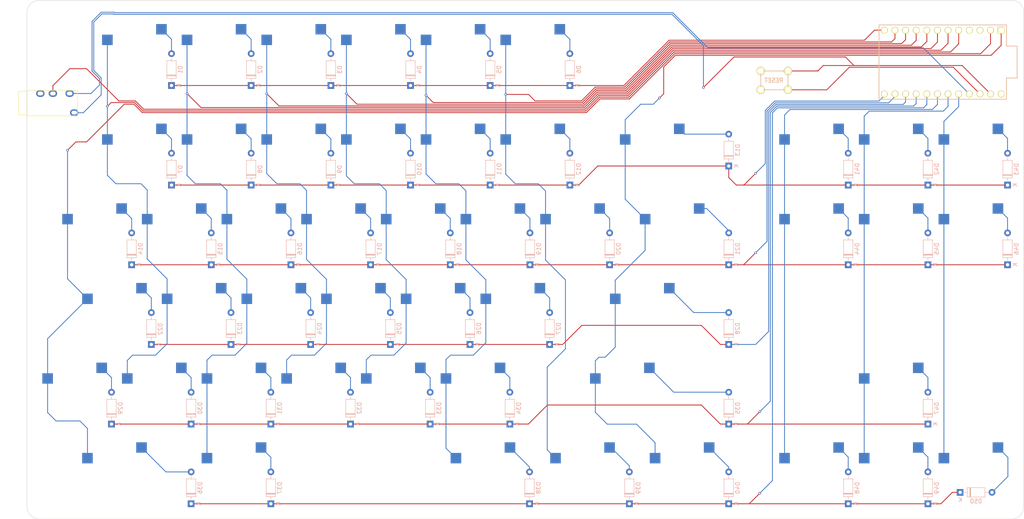
<source format=kicad_pcb>
(kicad_pcb (version 20221018) (generator pcbnew)
  (layers (0 "F.Cu" signal) (31 "B.Cu" signal) (34 "B.Paste" user) (35 "F.Paste" user) (36 "B.SilkS" user "B.Silkscreen") (37 "F.SilkS" user "F.Silkscreen") (38 "B.Mask" user) (39 "F.Mask" user) (44 "Edge.Cuts" user))
  (net 0 "")
  (net 5 "row6")
  (net 6 "row5")
  (net 7 "row4")
  (net 8 "row3")
  (net 9 "row2")
  (net 10 "row1")
  (net 11 "col9")
  (net 12 "col8")
  (net 13 "col7")
  (net 14 "col6")
  (net 15 "col5")
  (net 16 "col4")
  (net 17 "col3")
  (net 18 "col2")
  (net 19 "col11")
  (net 20 "col10")
  (net 21 "col1")
  (net 22 "VCC")
  (net 23 "SCL")
  (net 24 "RESET")
  (net 25 "Net-(D9-A)")
  (net 26 "Net-(D8-A)")
  (net 27 "Net-(D7-A)")
  (net 28 "Net-(D6-A)")
  (net 29 "Net-(D50-A)")
  (net 30 "Net-(D5-A)")
  (net 31 "Net-(D49-A)")
  (net 32 "Net-(D48-A)")
  (net 33 "Net-(D47-A)")
  (net 34 "Net-(D46-A)")
  (net 35 "Net-(D45-A)")
  (net 36 "Net-(D44-A)")
  (net 37 "Net-(D43-A)")
  (net 38 "Net-(D42-A)")
  (net 39 "Net-(D41-A)")
  (net 40 "Net-(D40-A)")
  (net 41 "Net-(D4-A)")
  (net 42 "Net-(D39-A)")
  (net 43 "Net-(D38-A)")
  (net 44 "Net-(D37-A)")
  (net 45 "Net-(D36-A)")
  (net 46 "Net-(D35-A)")
  (net 47 "Net-(D34-A)")
  (net 48 "Net-(D33-A)")
  (net 49 "Net-(D32-A)")
  (net 50 "Net-(D31-A)")
  (net 51 "Net-(D30-A)")
  (net 52 "Net-(D3-A)")
  (net 53 "Net-(D29-A)")
  (net 54 "Net-(D28-A)")
  (net 55 "Net-(D27-A)")
  (net 56 "Net-(D26-A)")
  (net 57 "Net-(D25-A)")
  (net 58 "Net-(D24-A)")
  (net 59 "Net-(D23-A)")
  (net 60 "Net-(D22-A)")
  (net 61 "Net-(D21-A)")
  (net 62 "Net-(D20-A)")
  (net 63 "Net-(D2-A)")
  (net 64 "Net-(D19-A)")
  (net 65 "Net-(D18-A)")
  (net 66 "Net-(D17-A)")
  (net 67 "Net-(D16-A)")
  (net 68 "Net-(D15-A)")
  (net 69 "Net-(D14-A)")
  (net 70 "Net-(D13-A)")
  (net 71 "Net-(D12-A)")
  (net 72 "Net-(D11-A)")
  (net 73 "Net-(D10-A)")
  (net 74 "Net-(D1-A)")
  (net 75 "GND")
  (footprint "MX_Only:MXOnly-1U-Hotswap" (layer "F.Cu") (at 103.1875 80.01)
    (fp_text reference "MX17")
    (fp_text value "MX-NoLED")
  )
  (footprint "MX_Only:MXOnly-1.5U-Hotswap" (layer "F.Cu") (at 184.15 80.01)
    (fp_text reference "MX21")
    (fp_text value "MX-NoLED")
  )
  (footprint "MX_Only:MXOnly-1U-Hotswap" (layer "F.Cu") (at 117.475 118.11)
    (fp_text reference "MX33")
    (fp_text value "MX-NoLED")
  )
  (footprint "MX_Only:MXOnly-1U-Hotswap" (layer "F.Cu") (at 74.6125 60.96)
    (fp_text reference "MX8")
    (fp_text value "MX-NoLED")
  )
  (footprint "MX_Only:MXOnly-2U-Hotswap" (layer "F.Cu") (at 50.8 137.16)
    (fp_text reference "MX36")
    (fp_text value "MX-NoLED")
  )
  (footprint "MX_Only:MXOnly-1U-Hotswap" (layer "F.Cu") (at 236.5375 60.96)
    (fp_text reference "MX42")
    (fp_text value "MX-NoLED")
  )
  (footprint "MX_Only:MXOnly-1U-Hotswap" (layer "F.Cu") (at 255.5875 80.01)
    (fp_text reference "MX46")
    (fp_text value "MX-NoLED")
  )
  (footprint "MX_Only:MXOnly-1U-Hotswap" (layer "F.Cu") (at 98.425 118.11)
    (fp_text reference "MX32")
    (fp_text value "MX-NoLED")
  )
  (footprint "MountingHole:MountingHole_2.2mm_M2" (layer "F.Cu") (at 32.25 146.185)
    (fp_text reference "REF**" hide)
    (fp_text value "MountingHole_2.2mm_M2" hide)
  )
  (footprint "MX_Only:MXOnly-1U-Hotswap" (layer "F.Cu") (at 69.85 99.06)
    (fp_text reference "MX23")
    (fp_text value "MX-NoLED")
  )
  (footprint "MX_Only:MXOnly-1U-Hotswap" (layer "F.Cu") (at 79.375 137.16)
    (fp_text reference "MX37")
    (fp_text value "MX-NoLED")
  )
  (footprint "MX_Only:MXOnly-1U-Hotswap" (layer "F.Cu") (at 236.5375 80.01)
    (fp_text reference "MX45")
    (fp_text value "MX-NoLED")
  )
  (footprint "MX_Only:MXOnly-1U-Hotswap" (layer "F.Cu") (at 146.05 99.06)
    (fp_text reference "MX27")
    (fp_text value "MX-NoLED")
  )
  (footprint "MX_Only:MXOnly-1U-Hotswap" (layer "F.Cu") (at 112.7125 37.1475)
    (fp_text reference "MX4")
    (fp_text value "MX-NoLED")
  )
  (footprint "MX_Only:MXOnly-2U-Hotswap" (layer "F.Cu") (at 179.3875 60.96)
    (fp_text reference "MX13")
    (fp_text value "MX-NoLED")
  )
  (footprint "MX_Only:MXOnly-1U-Hotswap" (layer "F.Cu") (at 41.275 118.11)
    (fp_text reference "MX29")
    (fp_text value "MX-NoLED")
  )
  (footprint "MX_Only:MXOnly-1U-Hotswap" (layer "F.Cu") (at 122.2375 80.01)
    (fp_text reference "MX18")
    (fp_text value "MX-NoLED")
  )
  (footprint "MX_Only:MXOnly-1U-Hotswap" (layer "F.Cu") (at 160.3375 80.01)
    (fp_text reference "MX20")
    (fp_text value "MX-NoLED")
  )
  (footprint "MX_Only:MXOnly-1U-Hotswap" (layer "F.Cu") (at 217.4875 137.16)
    (fp_text reference "MX48")
    (fp_text value "MX-NoLED")
  )
  (footprint "promicro:ProMicro" (layer "F.Cu") (at 248.23175 39.91175 180)
    (fp_text reference "U1" hide)
    (fp_text value "ProMicro" hide)
  )
  (footprint "MX_Only:MXOnly-1U-Hotswap" (layer "F.Cu") (at 93.6625 60.96)
    (fp_text reference "MX9")
    (fp_text value "MX-NoLED")
  )
  (footprint "MX_Only:MXOnly-1U-Hotswap" (layer "F.Cu") (at 141.2875 80.01)
    (fp_text reference "MX19")
    (fp_text value "MX-NoLED")
  )
  (footprint "MX_Only:MXOnly-1U-Hotswap" (layer "F.Cu") (at 107.95 99.06)
    (fp_text reference "MX25")
    (fp_text value "MX-NoLED")
  )
  (footprint "MX_Only:MXOnly-1U-Hotswap" (layer "F.Cu") (at 127 99.06)
    (fp_text reference "MX26")
    (fp_text value "MX-NoLED")
  )
  (footprint "MX_Only:MXOnly-1U-Hotswap" (layer "F.Cu") (at 93.6625 37.1475)
    (fp_text reference "MX3")
    (fp_text value "MX-NoLED")
  )
  (footprint "MX_Only:MXOnly-1U-Hotswap" (layer "F.Cu") (at 79.375 118.11)
    (fp_text reference "MX31")
    (fp_text value "MX-NoLED")
  )
  (footprint "MX_Only:MXOnly-1U-Hotswap" (layer "F.Cu") (at 112.7125 60.96)
    (fp_text reference "MX10")
    (fp_text value "MX-NoLED")
  )
  (footprint "MX_Only:MXOnly-1U-Hotswap" (layer "F.Cu") (at 236.5375 137.16)
    (fp_text reference "MX49")
    (fp_text value "MX-NoLED")
  )
  (footprint "MX_Only:MXOnly-1U-Hotswap" (layer "F.Cu") (at 131.7625 60.96)
    (fp_text reference "MX11")
    (fp_text value "MX-NoLED")
  )
  (footprint "MX_Only:MXOnly-2.25U-Hotswap" (layer "F.Cu") (at 177.00625 99.06)
    (fp_text reference "MX28")
    (fp_text value "MX-NoLED")
  )
  (footprint "MX_Only:MXOnly-1U-Hotswap" (layer "F.Cu") (at 150.8125 60.96)
    (fp_text reference "MX12")
    (fp_text value "MX-NoLED")
  )
  (footprint "MX_Only:MXOnly-1U-Hotswap" (layer "F.Cu") (at 217.4875 80.01)
    (fp_text reference "MX44")
    (fp_text value "MX-NoLED")
  )
  (footprint "MX_Only:MXOnly-1.25U-Hotswap" (layer "F.Cu") (at 186.53125 137.16)
    (fp_text reference "MX40")
    (fp_text value "MX-NoLED")
  )
  (footprint "MX_Only:MXOnly-1U-Hotswap" (layer "F.Cu") (at 50.8 99.06)
    (fp_text reference "MX22")
    (fp_text value "MX-NoLED")
  )
  (footprint "MountingHole:MountingHole_2.2mm_M2" (layer "F.Cu") (at 264.6125 146.185)
    (fp_text reference "REF**" hide)
    (fp_text value "MountingHole_2.2mm_M2" hide)
  )
  (footprint "MX_Only:MXOnly-1U-Hotswap" (layer "F.Cu") (at 46.0375 80.01)
    (fp_text reference "MX14")
    (fp_text value "MX-NoLED")
  )
  (footprint "MX_Only:MXOnly-2.75U-Hotswap" (layer "F.Cu") (at 172.24375 118.11)
    (fp_text reference "MX35")
    (fp_text value "MX-NoLED")
  )
  (footprint "MountingHole:MountingHole_2.2mm_M2" (layer "F.Cu") (at 203.2 115.57)
    (fp_text reference "REF**" hide)
    (fp_text value "MountingHole_2.2mm_M2" hide)
  )
  (footprint "MX_Only:MXOnly-1U-Hotswap" (layer "F.Cu") (at 88.9 99.06)
    (fp_text reference "MX24")
    (fp_text value "MX-NoLED")
  )
  (footprint "MX_Only:MXOnly-1U-Hotswap" (layer "F.Cu") (at 255.5875 60.96)
    (fp_text reference "MX43")
    (fp_text value "MX-NoLED")
  )
  (footprint "MX_Only:MXOnly-1.25U-Hotswap" (layer "F.Cu") (at 138.90625 137.16)
    (fp_text reference "MX38")
    (fp_text value "MX-NoLED")
  )
  (footprint "MX_Only:MXOnly-1U-Hotswap" (layer "F.Cu") (at 55.5625 60.96)
    (fp_text reference "MX7")
    (fp_text value "MX-NoLED")
  )
  (footprint "reset:ResetSW_4P" (layer "F.Cu") (at 207.9625 44.29125 180)
    (fp_text reference "RESET1" hide)
    (fp_text value "SW_Push")
  )
  (footprint "MX_Only:MXOnly-1U-Hotswap" (layer "F.Cu") (at 60.325 118.11)
    (fp_text reference "MX30")
    (fp_text value "MX-NoLED")
  )
  (footprint "pj320:TRRS-PJ-320A" (layer "F.Cu") (at 29.25 49.7225 90)
    (fp_text reference "U2")
    (fp_text value "PJ-320A")
  )
  (footprint "MX_Only:MXOnly-1U-Hotswap" (layer "F.Cu") (at 217.4875 60.96)
    (fp_text reference "MX41")
    (fp_text value "MX-NoLED")
  )
  (footprint "MountingHole:MountingHole_2.2mm_M2" (layer "F.Cu") (at 203.2 77.47)
    (fp_text reference "REF**" hide)
    (fp_text value "MountingHole_2.2mm_M2" hide)
  )
  (footprint "MX_Only:MXOnly-1U-Hotswap" (layer "F.Cu") (at 136.525 118.11)
    (fp_text reference "MX34")
    (fp_text value "MX-NoLED")
  )
  (footprint "MX_Only:MXOnly-1U-Hotswap" (layer "F.Cu") (at 236.5375 118.11)
    (fp_text reference "MX47")
    (fp_text value "MX-NoLED")
  )
  (footprint "MX_Only:MXOnly-1U-Hotswap" (layer "F.Cu") (at 74.6125 37.1475)
    (fp_text reference "MX2")
    (fp_text value "MX-NoLED")
  )
  (footprint "MX_Only:MXOnly-1U-Hotswap" (layer "F.Cu") (at 150.8125 37.1475)
    (fp_text reference "MX6")
    (fp_text value "MX-NoLED")
  )
  (footprint "MX_Only:MXOnly-1.25U-Hotswap" (layer "F.Cu") (at 162.71875 137.16)
    (fp_text reference "MX39")
    (fp_text value "MX-NoLED")
  )
  (footprint "MX_Only:MXOnly-1U-Hotswap" (layer "F.Cu") (at 131.7625 37.1475)
    (fp_text reference "MX5")
    (fp_text value "MX-NoLED")
  )
  (footprint "MX_Only:MXOnly-1U-Hotswap" (layer "F.Cu") (at 65.0875 80.01)
    (fp_text reference "MX15")
    (fp_text value "MX-NoLED")
  )
  (footprint "MX_Only:MXOnly-1U-Hotswap" (layer "F.Cu") (at 55.5625 37.1475)
    (fp_text reference "MX1")
    (fp_text value "MX-NoLED")
  )
  (footprint "MX_Only:MXOnly-1U-Hotswap" (layer "F.Cu") (at 84.1375 80.01)
    (fp_text reference "MX16")
    (fp_text value "MX-NoLED")
  )
  (footprint "MountingHole:MountingHole_2.2mm_M2" (layer "F.Cu") (at 32.25 28.1225)
    (fp_text reference "REF**" hide)
    (fp_text value "MountingHole_2.2mm_M2" hide)
  )
  (footprint "MX_Only:MXOnly-1U-Hotswap" (layer "F.Cu") (at 255.5875 137.16)
    (fp_text reference "MX50")
    (fp_text value "MX-NoLED")
  )
  (footprint "MountingHole:MountingHole_2.2mm_M2" (layer "F.Cu") (at 264.6125 28.1225)
    (fp_text reference "REF**" hide)
    (fp_text value "MountingHole_2.2mm_M2" hide)
  )
  (footprint "Diode_THT:D_DO-35_SOD27_P7.62mm_Horizontal" (layer "B.Cu") (at 87.5625 145.53 90)
    (fp_text reference "D37")
    (fp_text value "1N4148")
  )
  (footprint "Diode_THT:D_DO-35_SOD27_P7.62mm_Horizontal" (layer "B.Cu") (at 244.6775 145.53 90)
    (fp_text reference "D49")
    (fp_text value "1N4148")
  )
  (footprint "Diode_THT:D_DO-35_SOD27_P7.62mm_Horizontal" (layer "B.Cu") (at 135.1875 107.43 90)
    (fp_text reference "D26")
    (fp_text value "1N4148")
  )
  (footprint "Diode_THT:D_DO-35_SOD27_P7.62mm_Horizontal" (layer "B.Cu") (at 263.7275 69.33 90)
    (fp_text reference "D43")
    (fp_text value "1N4148")
  )
  (footprint "Diode_THT:D_DO-35_SOD27_P7.62mm_Horizontal" (layer "B.Cu") (at 82.8625 69.33 90)
    (fp_text reference "D8")
    (fp_text value "1N4148")
  )
  (footprint "Diode_THT:D_DO-35_SOD27_P7.62mm_Horizontal" (layer "B.Cu") (at 82.8625 45.5175 90)
    (fp_text reference "D2")
    (fp_text value "1N4148")
  )
  (footprint "Diode_THT:D_DO-35_SOD27_P7.62mm_Horizontal" (layer "B.Cu") (at 54.2875 88.38 90)
    (fp_text reference "D14")
    (fp_text value "1N4148")
  )
  (footprint "Diode_THT:D_DO-35_SOD27_P7.62mm_Horizontal" (layer "B.Cu") (at 130.4725 88.38 90)
    (fp_text reference "D18")
    (fp_text value "1N4148")
  )
  (footprint "Diode_THT:D_DO-35_SOD27_P7.62mm_Horizontal" (layer "B.Cu") (at 63.8125 45.5175 90)
    (fp_text reference "D1")
    (fp_text value "1N4148")
  )
  (footprint "Diode_THT:D_DO-35_SOD27_P7.62mm_Horizontal" (layer "B.Cu") (at 101.9125 45.5175 90)
    (fp_text reference "D3")
    (fp_text value "1N4148")
  )
  (footprint "Diode_THT:D_DO-35_SOD27_P7.62mm_Horizontal" (layer "B.Cu") (at 116.1375 107.43 90)
    (fp_text reference "D25")
    (fp_text value "1N4148")
  )
  (footprint "Diode_THT:D_DO-35_SOD27_P7.62mm_Horizontal" (layer "B.Cu") (at 106.6125 126.48 90)
    (fp_text reference "D32")
    (fp_text value "1N4148")
  )
  (footprint "Diode_THT:D_DO-35_SOD27_P7.62mm_Horizontal" (layer "B.Cu") (at 225.6275 69.33 90)
    (fp_text reference "D41")
    (fp_text value "1N4148")
  )
  (footprint "Diode_THT:D_DO-35_SOD27_P7.62mm_Horizontal" (layer "B.Cu") (at 97.0875 107.43 90)
    (fp_text reference "D24")
    (fp_text value "1N4148")
  )
  (footprint "Diode_THT:D_DO-35_SOD27_P7.62mm_Horizontal" (layer "B.Cu") (at 149.5225 88.38 90)
    (fp_text reference "D19")
    (fp_text value "1N4148")
  )
  (footprint "Diode_THT:D_DO-35_SOD27_P7.62mm_Horizontal" (layer "B.Cu") (at 120.9625 69.33 90)
    (fp_text reference "D10")
    (fp_text value "1N4148")
  )
  (footprint "Diode_THT:D_DO-35_SOD27_P7.62mm_Horizontal" (layer "B.Cu") (at 173.2875 145.53 90)
    (fp_text reference "D39")
    (fp_text value "1N4148")
  )
  (footprint "Diode_THT:D_DO-35_SOD27_P7.62mm_Horizontal" (layer "B.Cu") (at 263.7275 88.38 90)
    (fp_text reference "D46")
    (fp_text value "1N4148")
  )
  (footprint "Diode_THT:D_DO-35_SOD27_P7.62mm_Horizontal" (layer "B.Cu") (at 120.9625 45.5175 90)
    (fp_text reference "D4")
    (fp_text value "1N4148")
  )
  (footprint "Diode_THT:D_DO-35_SOD27_P7.62mm_Horizontal" (layer "B.Cu") (at 197.0525 88.38 90)
    (fp_text reference "D21")
    (fp_text value "1N4148")
  )
  (footprint "Diode_THT:D_DO-35_SOD27_P7.62mm_Horizontal" (layer "B.Cu") (at 197.0525 145.53 90)
    (fp_text reference "D40")
    (fp_text value "1N4148")
  )
  (footprint "Diode_THT:D_DO-35_SOD27_P7.62mm_Horizontal" (layer "B.Cu") (at 252.39 142.8)
    (fp_text reference "D50")
    (fp_text value "1N4148")
  )
  (footprint "Diode_THT:D_DO-35_SOD27_P7.62mm_Horizontal" (layer "B.Cu") (at 149.4275 145.53 90)
    (fp_text reference "D38")
    (fp_text value "1N4148")
  )
  (footprint "Diode_THT:D_DO-35_SOD27_P7.62mm_Horizontal" (layer "B.Cu") (at 125.6625 126.48 90)
    (fp_text reference "D33")
    (fp_text value "1N4148")
  )
  (footprint "Diode_THT:D_DO-35_SOD27_P7.62mm_Horizontal" (layer "B.Cu") (at 168.5775 88.38 90)
    (fp_text reference "D20")
    (fp_text value "1N4148")
  )
  (footprint "Diode_THT:D_DO-35_SOD27_P7.62mm_Horizontal" (layer "B.Cu") (at 244.6775 126.48 90)
    (fp_text reference "D47")
    (fp_text value "1N4148")
  )
  (footprint "Diode_THT:D_DO-35_SOD27_P7.62mm_Horizontal" (layer "B.Cu") (at 197.0525 64.77 90)
    (fp_text reference "D13")
    (fp_text value "1N4148")
  )
  (footprint "Diode_THT:D_DO-35_SOD27_P7.62mm_Horizontal" (layer "B.Cu") (at 92.3725 88.38 90)
    (fp_text reference "D16")
    (fp_text value "1N4148")
  )
  (footprint "Diode_THT:D_DO-35_SOD27_P7.62mm_Horizontal" (layer "B.Cu") (at 68.5125 126.48 90)
    (fp_text reference "D30")
    (fp_text value "1N4148")
  )
  (footprint "Diode_THT:D_DO-35_SOD27_P7.62mm_Horizontal" (layer "B.Cu") (at 87.5625 126.48 90)
    (fp_text reference "D31")
    (fp_text value "1N4148")
  )
  (footprint "Diode_THT:D_DO-35_SOD27_P7.62mm_Horizontal" (layer "B.Cu") (at 111.4225 88.38 90)
    (fp_text reference "D17")
    (fp_text value "1N4148")
  )
  (footprint "Diode_THT:D_DO-35_SOD27_P7.62mm_Horizontal" (layer "B.Cu") (at 197.0525 126.48 90)
    (fp_text reference "D35")
    (fp_text value "1N4148")
  )
  (footprint "Diode_THT:D_DO-35_SOD27_P7.62mm_Horizontal" (layer "B.Cu") (at 73.3225 88.38 90)
    (fp_text reference "D15")
    (fp_text value "1N4148")
  )
  (footprint "Diode_THT:D_DO-35_SOD27_P7.62mm_Horizontal" (layer "B.Cu") (at 78.0375 107.43 90)
    (fp_text reference "D23")
    (fp_text value "1N4148")
  )
  (footprint "Diode_THT:D_DO-35_SOD27_P7.62mm_Horizontal" (layer "B.Cu") (at 225.6275 88.38 90)
    (fp_text reference "D44")
    (fp_text value "1N4148")
  )
  (footprint "Diode_THT:D_DO-35_SOD27_P7.62mm_Horizontal" (layer "B.Cu") (at 140.0125 69.33 90)
    (fp_text reference "D11")
    (fp_text value "1N4148")
  )
  (footprint "Diode_THT:D_DO-35_SOD27_P7.62mm_Horizontal" (layer "B.Cu") (at 68.5125 145.53 90)
    (fp_text reference "D36")
    (fp_text value "1N4148")
  )
  (footprint "Diode_THT:D_DO-35_SOD27_P7.62mm_Horizontal" (layer "B.Cu") (at 159.0625 45.5175 90)
    (fp_text reference "D6")
    (fp_text value "1N4148")
  )
  (footprint "Diode_THT:D_DO-35_SOD27_P7.62mm_Horizontal" (layer "B.Cu") (at 154.2375 107.43 90)
    (fp_text reference "D27")
    (fp_text value "1N4148")
  )
  (footprint "Diode_THT:D_DO-35_SOD27_P7.62mm_Horizontal" (layer "B.Cu") (at 244.6775 88.38 90)
    (fp_text reference "D45")
    (fp_text value "1N4148")
  )
  (footprint "Diode_THT:D_DO-35_SOD27_P7.62mm_Horizontal" (layer "B.Cu") (at 159.0625 69.33 90)
    (fp_text reference "D12")
    (fp_text value "1N4148")
  )
  (footprint "Diode_THT:D_DO-35_SOD27_P7.62mm_Horizontal" (layer "B.Cu") (at 225.6275 145.53 90)
    (fp_text reference "D48")
    (fp_text value "1N4148")
  )
  (footprint "Diode_THT:D_DO-35_SOD27_P7.62mm_Horizontal" (layer "B.Cu") (at 144.7125 126.48 90)
    (fp_text reference "D34")
    (fp_text value "1N4148")
  )
  (footprint "Diode_THT:D_DO-35_SOD27_P7.62mm_Horizontal" (layer "B.Cu") (at 140.0125 45.5175 90)
    (fp_text reference "D5")
    (fp_text value "1N4148")
  )
  (footprint "Diode_THT:D_DO-35_SOD27_P7.62mm_Horizontal" (layer "B.Cu") (at 49.4625 126.48 90)
    (fp_text reference "D29")
    (fp_text value "1N4148")
  )
  (footprint "Diode_THT:D_DO-35_SOD27_P7.62mm_Horizontal" (layer "B.Cu") (at 244.6775 69.33 90)
    (fp_text reference "D42")
    (fp_text value "1N4148")
  )
  (footprint "Diode_THT:D_DO-35_SOD27_P7.62mm_Horizontal" (layer "B.Cu") (at 197.0525 107.43 90)
    (fp_text reference "D28")
    (fp_text value "1N4148")
  )
  (footprint "Diode_THT:D_DO-35_SOD27_P7.62mm_Horizontal" (layer "B.Cu") (at 63.8125 69.33 90)
    (fp_text reference "D7")
    (fp_text value "1N4148")
  )
  (footprint "Diode_THT:D_DO-35_SOD27_P7.62mm_Horizontal" (layer "B.Cu") (at 101.9125 69.33 90)
    (fp_text reference "D9")
    (fp_text value "1N4148")
  )
  (footprint "Diode_THT:D_DO-35_SOD27_P7.62mm_Horizontal" (layer "B.Cu") (at 58.9875 107.43 90)
    (fp_text reference "D22")
    (fp_text value "1N4148")
  )
  (gr_arc (start 267.6125 146.185) (mid 266.73382 148.30632) (end 264.6125 149.185) (stroke (width 0.1)) (layer "Edge.Cuts"))
  (gr_line (start 267.6125 146.185) (end 267.6125 28.1225) (stroke (width 0.1)) (layer "Edge.Cuts"))
  (gr_line (start 264.6125 149.185) (end 32.25 149.185) (stroke (width 0.1)) (layer "Edge.Cuts"))
  (gr_arc (start 32.25 149.185) (mid 30.12868 148.30632) (end 29.25 146.185) (stroke (width 0.1)) (layer "Edge.Cuts"))
  (gr_arc (start 29.25 28.1225) (mid 30.12868 26.00118) (end 32.25 25.1225) (stroke (width 0.1)) (layer "Edge.Cuts"))
  (gr_line (start 29.25 146.185) (end 29.25 28.1225) (stroke (width 0.1)) (layer "Edge.Cuts"))
  (gr_arc (start 264.6125 25.1225) (mid 266.73382 26.00118) (end 267.6125 28.1225) (stroke (width 0.1)) (layer "Edge.Cuts"))
  (gr_line (start 264.6125 25.1225) (end 32.25 25.1225) (stroke (width 0.1)) (layer "Edge.Cuts"))
  (segment (start 200.5 145.53) (end 68.5125 145.53) (width 0.2) (layer "F.Cu") (net 5))
  (segment (start 252.39 142.8) (end 250.53 142.8) (width 0.2) (layer "F.Cu") (net 5))
  (segment (start 247.8 145.53) (end 200.5 145.53) (width 0.2) (layer "F.Cu") (net 5))
  (segment (start 250.53 142.8) (end 247.8 145.53) (width 0.2) (layer "F.Cu") (net 5))
  (segment (start 204.5 143) (end 201.97 145.53) (width 0.2) (layer "F.Cu") (net 5))
  (via (at 204.5 143) (size 0.6) (drill 0.3) (layers "F.Cu" "B.Cu") (net 5))
  (segment (start 208.692744 50.85) (end 207.5 52.042744) (width 0.2) (layer "B.Cu") (net 5))
  (segment (start 244.42175 50.07825) (end 243.65 50.85) (width 0.2) (layer "B.Cu") (net 5))
  (segment (start 243.65 50.85) (end 208.692744 50.85) (width 0.2) (layer "B.Cu") (net 5))
  (segment (start 207.5 140) (end 204.5 143) (width 0.2) (layer "B.Cu") (net 5))
  (segment (start 207.5 52.042744) (end 207.5 140) (width 0.2) (layer "B.Cu") (net 5))
  (segment (start 244.42175 47.53175) (end 244.42175 50.07825) (width 0.2) (layer "B.Cu") (net 5))
  (segment (start 153.69375 121.92) (end 149.13375 126.48) (width 0.2) (layer "F.Cu") (net 6))
  (segment (start 244.6775 126.48) (end 197.0525 126.48) (width 0.2) (layer "F.Cu") (net 6))
  (segment (start 190.5 121.92) (end 153.69375 121.92) (width 0.2) (layer "F.Cu") (net 6))
  (segment (start 204.5 123.5) (end 201.52 126.48) (width 0.2) (layer "F.Cu") (net 6))
  (segment (start 197.0525 126.48) (end 195.06 126.48) (width 0.2) (layer "F.Cu") (net 6))
  (segment (start 49.4625 126.48) (end 144.7125 126.48) (width 0.2) (layer "F.Cu") (net 6))
  (segment (start 149.13375 126.48) (end 144.7125 126.48) (width 0.2) (layer "F.Cu") (net 6))
  (segment (start 195.06 126.48) (end 190.5 121.92) (width 0.2) (layer "F.Cu") (net 6))
  (via (at 204.5 123.5) (size 0.6) (drill 0.3) (layers "F.Cu" "B.Cu") (net 6))
  (segment (start 207 121) (end 204.5 123.5) (width 0.2) (layer "B.Cu") (net 6))
  (segment (start 208.527058 50.45) (end 207 51.977058) (width 0.2) (layer "B.Cu") (net 6))
  (segment (start 241.25 50.45) (end 208.527058 50.45) (width 0.2) (layer "B.Cu") (net 6))
  (segment (start 207 51.977058) (end 207 121) (width 0.2) (layer "B.Cu") (net 6))
  (segment (start 241.88175 49.81825) (end 241.25 50.45) (width 0.2) (layer "B.Cu") (net 6))
  (segment (start 241.88175 47.53175) (end 241.88175 49.81825) (width 0.2) (layer "B.Cu") (net 6))
  (segment (start 157.365 107.43) (end 161.925 102.87) (width 0.2) (layer "F.Cu") (net 7))
  (segment (start 161.925 102.87) (end 190.5 102.87) (width 0.2) (layer "F.Cu") (net 7))
  (segment (start 195.06 107.43) (end 197.0525 107.43) (width 0.2) (layer "F.Cu") (net 7))
  (segment (start 58.9875 107.43) (end 154.2375 107.43) (width 0.2) (layer "F.Cu") (net 7))
  (segment (start 190.5 102.87) (end 195.06 107.43) (width 0.2) (layer "F.Cu") (net 7))
  (segment (start 154.2375 107.43) (end 157.365 107.43) (width 0.2) (layer "F.Cu") (net 7))
  (segment (start 208.361372 50.05) (end 206.6 51.811372) (width 0.2) (layer "B.Cu") (net 7))
  (segment (start 206.6 104.33) (end 203.5 107.43) (width 0.2) (layer "B.Cu") (net 7))
  (segment (start 238.75 50.05) (end 208.361372 50.05) (width 0.2) (layer "B.Cu") (net 7))
  (segment (start 239.34175 47.53175) (end 239.34175 49.45825) (width 0.2) (layer "B.Cu") (net 7))
  (segment (start 203.5 107.43) (end 197.0525 107.43) (width 0.2) (layer "B.Cu") (net 7))
  (segment (start 206.6 51.811372) (end 206.6 104.33) (width 0.2) (layer "B.Cu") (net 7))
  (segment (start 239.34175 49.45825) (end 238.75 50.05) (width 0.2) (layer "B.Cu") (net 7))
  (segment (start 200.62 88.38) (end 203.5 85.5) (width 0.2) (layer "F.Cu") (net 8))
  (segment (start 263.7275 88.38) (end 54.2875 88.38) (width 0.2) (layer "F.Cu") (net 8))
  (via (at 203.5 85.5) (size 0.6) (drill 0.3) (layers "F.Cu" "B.Cu") (net 8))
  (segment (start 236.80175 48.14825) (end 235.3 49.65) (width 0.2) (layer "B.Cu") (net 8))
  (segment (start 235.3 49.65) (end 208.195686 49.65) (width 0.2) (layer "B.Cu") (net 8))
  (segment (start 206.2 51.645686) (end 206.2 82.8) (width 0.2) (layer "B.Cu") (net 8))
  (segment (start 206.2 82.8) (end 203.5 85.5) (width 0.2) (layer "B.Cu") (net 8))
  (segment (start 208.195686 49.65) (end 206.2 51.645686) (width 0.2) (layer "B.Cu") (net 8))
  (segment (start 236.80175 47.53175) (end 236.80175 48.14825) (width 0.2) (layer "B.Cu") (net 8))
  (segment (start 165.735 64.77) (end 197.0525 64.77) (width 0.2) (layer "F.Cu") (net 9))
  (segment (start 200.5 69.33) (end 200.67 69.33) (width 0.2) (layer "F.Cu") (net 9))
  (segment (start 263.7275 69.33) (end 225.6275 69.33) (width 0.2) (layer "F.Cu") (net 9))
  (segment (start 197.0525 67.5125) (end 197.0525 64.77) (width 0.2) (layer "F.Cu") (net 9))
  (segment (start 159.0625 69.33) (end 161.175 69.33) (width 0.2) (layer "F.Cu") (net 9))
  (segment (start 63.8125 69.33) (end 159.0625 69.33) (width 0.2) (layer "F.Cu") (net 9))
  (segment (start 200.67 69.33) (end 203.5 66.5) (width 0.2) (layer "F.Cu") (net 9))
  (segment (start 198.87 69.33) (end 197.0525 67.5125) (width 0.2) (layer "F.Cu") (net 9))
  (segment (start 200.5 69.33) (end 198.87 69.33) (width 0.2) (layer "F.Cu") (net 9))
  (segment (start 225.6275 69.33) (end 200.5 69.33) (width 0.2) (layer "F.Cu") (net 9))
  (segment (start 161.175 69.33) (end 165.735 64.77) (width 0.2) (layer "F.Cu") (net 9))
  (via (at 203.5 66.5) (size 0.6) (drill 0.3) (layers "F.Cu" "B.Cu") (net 9))
  (segment (start 208.03 49.25) (end 205.8 51.48) (width 0.2) (layer "B.Cu") (net 9))
  (segment (start 232.95 49.25) (end 208.03 49.25) (width 0.2) (layer "B.Cu") (net 9))
  (segment (start 234.26175 47.93825) (end 232.95 49.25) (width 0.2) (layer "B.Cu") (net 9))
  (segment (start 205.8 64.2) (end 203.5 66.5) (width 0.2) (layer "B.Cu") (net 9))
  (segment (start 234.26175 47.53175) (end 234.26175 47.93825) (width 0.2) (layer "B.Cu") (net 9))
  (segment (start 205.8 51.48) (end 205.8 64.2) (width 0.2) (layer "B.Cu") (net 9))
  (segment (start 231.90825 32.29175) (end 234.26175 32.29175) (width 0.2) (layer "F.Cu") (net 10))
  (segment (start 159.0625 45.5175) (end 171.976672 45.5175) (width 0.2) (layer "F.Cu") (net 10))
  (segment (start 182.794177 34.7) (end 229.5 34.7) (width 0.2) (layer "F.Cu") (net 10))
  (segment (start 63.8125 45.5175) (end 159.0625 45.5175) (width 0.2) (layer "F.Cu") (net 10))
  (segment (start 180.094175 37.4) (end 182.794177 34.7) (width 0.2) (layer "F.Cu") (net 10))
  (segment (start 180.094172 37.4) (end 180.094175 37.4) (width 0.2) (layer "F.Cu") (net 10))
  (segment (start 171.976672 45.5175) (end 180.094172 37.4) (width 0.2) (layer "F.Cu") (net 10))
  (segment (start 229.5 34.7) (end 231.90825 32.29175) (width 0.2) (layer "F.Cu") (net 10))
  (segment (start 245.75 51.25) (end 211.72 51.25) (width 0.2) (layer "B.Cu") (net 11))
  (segment (start 210.4025 52.5675) (end 210.4025 58.42) (width 0.2) (layer "B.Cu") (net 11))
  (segment (start 211.72 51.25) (end 210.4025 52.5675) (width 0.2) (layer "B.Cu") (net 11))
  (segment (start 246.96175 47.53175) (end 246.96175 50.03825) (width 0.2) (layer "B.Cu") (net 11))
  (segment (start 210.4025 134.62) (end 210.4025 58.42) (width 0.2) (layer "B.Cu") (net 11))
  (segment (start 246.96175 50.03825) (end 245.75 51.25) (width 0.2) (layer "B.Cu") (net 11))
  (segment (start 181.5 47.5) (end 181.5 41.085346) (width 0.2) (layer "F.Cu") (net 12))
  (segment (start 262.20175 35.89825) (end 262.20175 32.29175) (width 0.2) (layer "F.Cu") (net 12))
  (segment (start 184.285346 38.3) (end 259.8 38.3) (width 0.2) (layer "F.Cu") (net 12))
  (segment (start 259.8 38.3) (end 262.20175 35.89825) (width 0.2) (layer "F.Cu") (net 12))
  (segment (start 181.5 41.085346) (end 184.285346 38.3) (width 0.2) (layer "F.Cu") (net 12))
  (segment (start 180.5 48.5) (end 181.5 47.5) (width 0.2) (layer "F.Cu") (net 12))
  (via (at 180.5 48.5) (size 0.6) (drill 0.3) (layers "F.Cu" "B.Cu") (net 12))
  (segment (start 169.92125 96.52) (end 169.92125 92.07875) (width 0.2) (layer "B.Cu") (net 12))
  (segment (start 165.15875 123.65875) (end 168 126.5) (width 0.2) (layer "B.Cu") (net 12))
  (segment (start 175 126.5) (end 179.44625 130.94625) (width 0.2) (layer "B.Cu") (net 12))
  (segment (start 172.3025 72.7075) (end 177.065 77.47) (width 0.2) (layer "B.Cu") (net 12))
  (segment (start 165.15875 111.34125) (end 166 110.5) (width 0.2) (layer "B.Cu") (net 12))
  (segment (start 169.92125 108.07875) (end 169.92125 96.52) (width 0.2) (layer "B.Cu") (net 12))
  (segment (start 172.3025 58.42) (end 172.3025 72.7075) (width 0.2) (layer "B.Cu") (net 12))
  (segment (start 165.15875 115.57) (end 165.15875 111.34125) (width 0.2) (layer "B.Cu") (net 12))
  (segment (start 177.065 84.935) (end 177.065 77.47) (width 0.2) (layer "B.Cu") (net 12))
  (segment (start 165.15875 115.57) (end 165.15875 123.65875) (width 0.2) (layer "B.Cu") (net 12))
  (segment (start 176 50) (end 172.3025 53.6975) (width 0.2) (layer "B.Cu") (net 12))
  (segment (start 180.5 48.5) (end 179 50) (width 0.2) (layer "B.Cu") (net 12))
  (segment (start 179 50) (end 176 50) (width 0.2) (layer "B.Cu") (net 12))
  (segment (start 166 110.5) (end 167.5 110.5) (width 0.2) (layer "B.Cu") (net 12))
  (segment (start 169.92125 92.07875) (end 177.065 84.935) (width 0.2) (layer "B.Cu") (net 12))
  (segment (start 168 126.5) (end 175 126.5) (width 0.2) (layer "B.Cu") (net 12))
  (segment (start 172.3025 53.6975) (end 172.3025 58.42) (width 0.2) (layer "B.Cu") (net 12))
  (segment (start 179.44625 130.94625) (end 179.44625 134.62) (width 0.2) (layer "B.Cu") (net 12))
  (segment (start 167.5 110.5) (end 169.92125 108.07875) (width 0.2) (layer "B.Cu") (net 12))
  (segment (start 150.73875 49.2) (end 161.840203 49.2) (width 0.2) (layer "F.Cu") (net 13))
  (segment (start 143.7275 47.65) (end 149.18875 47.65) (width 0.2) (layer "F.Cu") (net 13))
  (segment (start 161.840203 49.2) (end 165.122703 45.9175) (width 0.2) (layer "F.Cu") (net 13))
  (segment (start 182.959862 35.1) (end 236 35.1) (width 0.2) (layer "F.Cu") (net 13))
  (segment (start 172.142358 45.9175) (end 182.959862 35.1) (width 0.2) (layer "F.Cu") (net 13))
  (segment (start 236.80175 34.29825) (end 236.80175 32.29175) (width 0.2) (layer "F.Cu") (net 13))
  (segment (start 149.18875 47.65) (end 150.73875 49.2) (width 0.2) (layer "F.Cu") (net 13))
  (segment (start 165.122703 45.9175) (end 172.142358 45.9175) (width 0.2) (layer "F.Cu") (net 13))
  (segment (start 236 35.1) (end 236.80175 34.29825) (width 0.2) (layer "F.Cu") (net 13))
  (via (at 143.7275 47.65) (size 0.6) (drill 0.3) (layers "F.Cu" "B.Cu") (net 13))
  (segment (start 143.7275 47.6525) (end 143.7275 58.42) (width 0.2) (layer "B.Cu") (net 13))
  (segment (start 143.7275 66.7275) (end 146 69) (width 0.2) (layer "B.Cu") (net 13))
  (segment (start 143.725 47.65) (end 143.7275 47.6525) (width 0.2) (layer "B.Cu") (net 13))
  (segment (start 153.66 112.84) (end 158 108.5) (width 0.2) (layer "B.Cu") (net 13))
  (segment (start 155.63375 134.62) (end 153.66 132.64625) (width 0.2) (layer "B.Cu") (net 13))
  (segment (start 153.2525 70.7525) (end 153.2525 77.47) (width 0.2) (layer "B.Cu") (net 13))
  (segment (start 153.2525 87.2525) (end 153.2525 77.47) (width 0.2) (layer "B.Cu") (net 13))
  (segment (start 143.7275 47.6475) (end 143.725 47.65) (width 0.2) (layer "B.Cu") (net 13))
  (segment (start 153.66 132.64625) (end 153.66 112.84) (width 0.2) (layer "B.Cu") (net 13))
  (segment (start 158 108.5) (end 158 92) (width 0.2) (layer "B.Cu") (net 13))
  (segment (start 146 69) (end 151.5 69) (width 0.2) (layer "B.Cu") (net 13))
  (segment (start 143.7275 34.6075) (end 143.7275 47.6475) (width 0.2) (layer "B.Cu") (net 13))
  (segment (start 151.5 69) (end 153.2525 70.7525) (width 0.2) (layer "B.Cu") (net 13))
  (segment (start 158 92) (end 153.2525 87.2525) (width 0.2) (layer "B.Cu") (net 13))
  (segment (start 143.7275 58.42) (end 143.7275 66.7275) (width 0.2) (layer "B.Cu") (net 13))
  (segment (start 172.308044 46.3175) (end 183.125547 35.5) (width 0.2) (layer "F.Cu") (net 14))
  (segment (start 238.4 35.5) (end 239.34175 34.55825) (width 0.2) (layer "F.Cu") (net 14))
  (segment (start 124.6775 47.875) (end 126.4025 49.6) (width 0.2) (layer "F.Cu") (net 14))
  (segment (start 165.288388 46.3175) (end 172.308044 46.3175) (width 0.2) (layer "F.Cu") (net 14))
  (segment (start 183.125547 35.5) (end 238.4 35.5) (width 0.2) (layer "F.Cu") (net 14))
  (segment (start 162.005888 49.6) (end 165.288388 46.3175) (width 0.2) (layer "F.Cu") (net 14))
  (segment (start 126.4025 49.6) (end 162.005888 49.6) (width 0.2) (layer "F.Cu") (net 14))
  (segment (start 239.34175 34.55825) (end 239.34175 32.29175) (width 0.2) (layer "F.Cu") (net 14))
  (via (at 124.6775 47.875) (size 0.6) (drill 0.3) (layers "F.Cu" "B.Cu") (net 14))
  (segment (start 130.5 110) (end 136 110) (width 0.2) (layer "B.Cu") (net 14))
  (segment (start 124.6775 47.8725) (end 124.675 47.875) (width 0.2) (layer "B.Cu") (net 14))
  (segment (start 138.965 91.965) (end 138.965 96.52) (width 0.2) (layer "B.Cu") (net 14))
  (segment (start 124.6775 58.42) (end 124.6775 66.6775) (width 0.2) (layer "B.Cu") (net 14))
  (segment (start 134.2025 70.7025) (end 134.2025 77.47) (width 0.2) (layer "B.Cu") (net 14))
  (segment (start 134.2025 77.47) (end 134.2025 87.2025) (width 0.2) (layer "B.Cu") (net 14))
  (segment (start 124.6775 34.6075) (end 124.6775 47.8725) (width 0.2) (layer "B.Cu") (net 14))
  (segment (start 124.6775 47.8775) (end 124.6775 58.42) (width 0.2) (layer "B.Cu") (net 14))
  (segment (start 129.44 115.57) (end 129.44 111.06) (width 0.2) (layer "B.Cu") (net 14))
  (segment (start 127 69) (end 132.5 69) (width 0.2) (layer "B.Cu") (net 14))
  (segment (start 129.44 132.23875) (end 131.82125 134.62) (width 0.2) (layer "B.Cu") (net 14))
  (segment (start 138.965 107.035) (end 138.965 96.52) (width 0.2) (layer "B.Cu") (net 14))
  (segment (start 129.44 115.57) (end 129.44 132.23875) (width 0.2) (layer "B.Cu") (net 14))
  (segment (start 129.44 111.06) (end 130.5 110) (width 0.2) (layer "B.Cu") (net 14))
  (segment (start 132.5 69) (end 134.2025 70.7025) (width 0.2) (layer "B.Cu") (net 14))
  (segment (start 124.6775 66.6775) (end 127 69) (width 0.2) (layer "B.Cu") (net 14))
  (segment (start 136 110) (end 138.965 107.035) (width 0.2) (layer "B.Cu") (net 14))
  (segment (start 124.675 47.875) (end 124.6775 47.8775) (width 0.2) (layer "B.Cu") (net 14))
  (segment (start 134.2025 87.2025) (end 138.965 91.965) (width 0.2) (layer "B.Cu") (net 14))
  (segment (start 165.454073 46.7175) (end 172.47373 46.7175) (width 0.2) (layer "F.Cu") (net 15))
  (segment (start 108.1775 50) (end 162.171573 50) (width 0.2) (layer "F.Cu") (net 15))
  (segment (start 240.7 35.9) (end 241.88175 34.71825) (width 0.2) (layer "F.Cu") (net 15))
  (segment (start 172.47373 46.7175) (end 183.291232 35.9) (width 0.2) (layer "F.Cu") (net 15))
  (segment (start 162.171573 50) (end 165.454073 46.7175) (width 0.2) (layer "F.Cu") (net 15))
  (segment (start 183.291232 35.9) (end 240.7 35.9) (width 0.2) (layer "F.Cu") (net 15))
  (segment (start 105.6275 47.45) (end 108.1775 50) (width 0.2) (layer "F.Cu") (net 15))
  (segment (start 241.88175 34.71825) (end 241.88175 32.29175) (width 0.2) (layer "F.Cu") (net 15))
  (via (at 105.6275 47.45) (size 0.6) (drill 0.3) (layers "F.Cu" "B.Cu") (net 15))
  (segment (start 105.625 47.45) (end 105.6275 47.4525) (width 0.2) (layer "B.Cu") (net 15))
  (segment (start 119.915 91.915) (end 119.915 96.52) (width 0.2) (layer "B.Cu") (net 15))
  (segment (start 105.6275 47.4475) (end 105.625 47.45) (width 0.2) (layer "B.Cu") (net 15))
  (segment (start 113.5 69) (end 115.1525 70.6525) (width 0.2) (layer "B.Cu") (net 15))
  (segment (start 107.5 69) (end 113.5 69) (width 0.2) (layer "B.Cu") (net 15))
  (segment (start 105.6275 67.1275) (end 107.5 69) (width 0.2) (layer "B.Cu") (net 15))
  (segment (start 117 110) (end 119.915 107.085) (width 0.2) (layer "B.Cu") (net 15))
  (segment (start 111.5 110) (end 117 110) (width 0.2) (layer "B.Cu") (net 15))
  (segment (start 110.39 111.11) (end 111.5 110) (width 0.2) (layer "B.Cu") (net 15))
  (segment (start 105.6275 47.4525) (end 105.6275 58.42) (width 0.2) (layer "B.Cu") (net 15))
  (segment (start 115.1525 70.6525) (end 115.1525 77.47) (width 0.2) (layer "B.Cu") (net 15))
  (segment (start 115.1525 87.1525) (end 119.915 91.915) (width 0.2) (layer "B.Cu") (net 15))
  (segment (start 115.1525 77.47) (end 115.1525 87.1525) (width 0.2) (layer "B.Cu") (net 15))
  (segment (start 105.6275 58.42) (end 105.6275 67.1275) (width 0.2) (layer "B.Cu") (net 15))
  (segment (start 105.6275 34.6075) (end 105.6275 47.4475) (width 0.2) (layer "B.Cu") (net 15))
  (segment (start 110.39 115.57) (end 110.39 111.11) (width 0.2) (layer "B.Cu") (net 15))
  (segment (start 119.915 107.085) (end 119.915 96.52) (width 0.2) (layer "B.Cu") (net 15))
  (segment (start 89.5025 50.4) (end 162.337258 50.4) (width 0.2) (layer "F.Cu") (net 16))
  (segment (start 244.42175 34.97825) (end 244.42175 32.29175) (width 0.2) (layer "F.Cu") (net 16))
  (segment (start 162.337258 50.4) (end 165.619758 47.1175) (width 0.2) (layer "F.Cu") (net 16))
  (segment (start 183.456917 36.3) (end 243.1 36.3) (width 0.2) (layer "F.Cu") (net 16))
  (segment (start 86.5775 47.475) (end 89.5025 50.4) (width 0.2) (layer "F.Cu") (net 16))
  (segment (start 243.1 36.3) (end 244.42175 34.97825) (width 0.2) (layer "F.Cu") (net 16))
  (segment (start 165.619758 47.1175) (end 172.639416 47.1175) (width 0.2) (layer "F.Cu") (net 16))
  (segment (start 172.639416 47.1175) (end 183.456917 36.3) (width 0.2) (layer "F.Cu") (net 16))
  (via (at 86.5775 47.475) (size 0.6) (drill 0.3) (layers "F.Cu" "B.Cu") (net 16))
  (segment (start 98 110) (end 100.865 107.135) (width 0.2) (layer "B.Cu") (net 16))
  (segment (start 86.575 47.475) (end 86.5775 47.4725) (width 0.2) (layer "B.Cu") (net 16))
  (segment (start 86.5775 47.4725) (end 86.5775 34.6075) (width 0.2) (layer "B.Cu") (net 16))
  (segment (start 100.865 91.865) (end 100.865 96.52) (width 0.2) (layer "B.Cu") (net 16))
  (segment (start 91.34 115.57) (end 91.34 111.16) (width 0.2) (layer "B.Cu") (net 16))
  (segment (start 86.5775 47.4775) (end 86.575 47.475) (width 0.2) (layer "B.Cu") (net 16))
  (segment (start 96.1025 77.47) (end 96.1025 87.1025) (width 0.2) (layer "B.Cu") (net 16))
  (segment (start 91.34 111.16) (end 92.5 110) (width 0.2) (layer "B.Cu") (net 16))
  (segment (start 94.5 69) (end 96.1025 70.6025) (width 0.2) (layer "B.Cu") (net 16))
  (segment (start 100.865 107.135) (end 100.865 96.52) (width 0.2) (layer "B.Cu") (net 16))
  (segment (start 89 69) (end 94.5 69) (width 0.2) (layer "B.Cu") (net 16))
  (segment (start 96.1025 87.1025) (end 100.865 91.865) (width 0.2) (layer "B.Cu") (net 16))
  (segment (start 92.5 110) (end 98 110) (width 0.2) (layer "B.Cu") (net 16))
  (segment (start 86.5775 58.42) (end 86.5775 66.5775) (width 0.2) (layer "B.Cu") (net 16))
  (segment (start 96.1025 70.6025) (end 96.1025 77.47) (width 0.2) (layer "B.Cu") (net 16))
  (segment (start 86.5775 66.5775) (end 89 69) (width 0.2) (layer "B.Cu") (net 16))
  (segment (start 86.5775 58.42) (end 86.5775 47.4775) (width 0.2) (layer "B.Cu") (net 16))
  (segment (start 162.502943 50.8) (end 165.785443 47.5175) (width 0.2) (layer "F.Cu") (net 17))
  (segment (start 67.525 47.45) (end 70.875 50.8) (width 0.2) (layer "F.Cu") (net 17))
  (segment (start 172.805101 47.5175) (end 183.622602 36.7) (width 0.2) (layer "F.Cu") (net 17))
  (segment (start 245.4 36.7) (end 246.96175 35.13825) (width 0.2) (layer "F.Cu") (net 17))
  (segment (start 246.96175 35.13825) (end 246.96175 32.29175) (width 0.2) (layer "F.Cu") (net 17))
  (segment (start 183.622602 36.7) (end 245.4 36.7) (width 0.2) (layer "F.Cu") (net 17))
  (segment (start 70.875 50.8) (end 162.502943 50.8) (width 0.2) (layer "F.Cu") (net 17))
  (segment (start 165.785443 47.5175) (end 172.805101 47.5175) (width 0.2) (layer "F.Cu") (net 17))
  (via (at 67.5275 47.45) (size 0.6) (drill 0.3) (layers "F.Cu" "B.Cu") (net 17))
  (segment (start 72.29 115.57) (end 72.29 111.21) (width 0.2) (layer "B.Cu") (net 17))
  (segment (start 77.0525 70.5525) (end 77.0525 77.47) (width 0.2) (layer "B.Cu") (net 17))
  (segment (start 67.5 67) (end 69.5 69) (width 0.2) (layer "B.Cu") (net 17))
  (segment (start 72.29 134.62) (end 72.29 115.57) (width 0.2) (layer "B.Cu") (net 17))
  (segment (start 73.5 110) (end 79 110) (width 0.2) (layer "B.Cu") (net 17))
  (segment (start 67.5275 58.42) (end 67.5275 66.9725) (width 0.2) (layer "B.Cu") (net 17))
  (segment (start 67.5275 66.9725) (end 67.5 67) (width 0.2) (layer "B.Cu") (net 17))
  (segment (start 77.0525 87.0525) (end 81.815 91.815) (width 0.2) (layer "B.Cu") (net 17))
  (segment (start 69.5 69) (end 75.5 69) (width 0.2) (layer "B.Cu") (net 17))
  (segment (start 81.815 91.815) (end 81.815 96.52) (width 0.2) (layer "B.Cu") (net 17))
  (segment (start 79 110) (end 81.815 107.185) (width 0.2) (layer "B.Cu") (net 17))
  (segment (start 72.29 111.21) (end 73.5 110) (width 0.2) (layer "B.Cu") (net 17))
  (segment (start 67.5275 47.4475) (end 67.525 47.45) (width 0.2) (layer "B.Cu") (net 17))
  (segment (start 75.5 69) (end 77.0525 70.5525) (width 0.2) (layer "B.Cu") (net 17))
  (segment (start 67.525 47.45) (end 67.5275 47.4525) (width 0.2) (layer "B.Cu") (net 17))
  (segment (start 67.5275 47.4525) (end 67.5275 58.42) (width 0.2) (layer "B.Cu") (net 17))
  (segment (start 81.815 107.185) (end 81.815 96.52) (width 0.2) (layer "B.Cu") (net 17))
  (segment (start 67.5275 34.6075) (end 67.5275 47.4475) (width 0.2) (layer "B.Cu") (net 17))
  (segment (start 77.0525 77.47) (end 77.0525 87.0525) (width 0.2) (layer "B.Cu") (net 17))
  (segment (start 162.834314 51.6) (end 166.116814 48.3175) (width 0.2) (layer "F.Cu") (net 18))
  (segment (start 48.4775 50.5) (end 49.3775 49.6) (width 0.2) (layer "F.Cu") (net 18))
  (segment (start 183.953976 37.5) (end 250.1 37.5) (width 0.2) (layer "F.Cu") (net 18))
  (segment (start 57 51.6) (end 162.834314 51.6) (width 0.2) (layer "F.Cu") (net 18))
  (segment (start 55 49.6) (end 57 51.6) (width 0.2) (layer "F.Cu") (net 18))
  (segment (start 250.1 37.5) (end 252.04175 35.55825) (width 0.2) (layer "F.Cu") (net 18))
  (segment (start 173.136473 48.3175) (end 183.953976 37.5) (width 0.2) (layer "F.Cu") (net 18))
  (segment (start 49.3775 49.6) (end 55 49.6) (width 0.2) (layer "F.Cu") (net 18))
  (segment (start 252.04175 35.55825) (end 252.04175 32.29175) (width 0.2) (layer "F.Cu") (net 18))
  (segment (start 166.116814 48.3175) (end 173.136473 48.3175) (width 0.2) (layer "F.Cu") (net 18))
  (via (at 48.4775 50.5) (size 0.6) (drill 0.3) (layers "F.Cu" "B.Cu") (net 18))
  (segment (start 48.4775 34.6075) (end 48.4775 44.9775) (width 0.2) (layer "B.Cu") (net 18))
  (segment (start 48.5 45) (end 48.4775 45.0225) (width 0.2) (layer "B.Cu") (net 18))
  (segment (start 48.4775 66.9775) (end 50.5 69) (width 0.2) (layer "B.Cu") (net 18))
  (segment (start 58.0025 77.47) (end 58.0025 86.9975) (width 0.2) (layer "B.Cu") (net 18))
  (segment (start 54.5 110) (end 60 110) (width 0.2) (layer "B.Cu") (net 18))
  (segment (start 48.4775 44.9775) (end 48.5 45) (width 0.2) (layer "B.Cu") (net 18))
  (segment (start 53.24 115.57) (end 53.24 111.26) (width 0.2) (layer "B.Cu") (net 18))
  (segment (start 48.4775 58.42) (end 48.4775 66.9775) (width 0.2) (layer "B.Cu") (net 18))
  (segment (start 62.765 91.765) (end 62.765 96.52) (width 0.2) (layer "B.Cu") (net 18))
  (segment (start 50.5 69) (end 56.4975 69) (width 0.2) (layer "B.Cu") (net 18))
  (segment (start 53.24 111.26) (end 54.5 110) (width 0.2) (layer "B.Cu") (net 18))
  (segment (start 60 110) (end 62.765 107.235) (width 0.2) (layer "B.Cu") (net 18))
  (segment (start 58 87) (end 62.765 91.765) (width 0.2) (layer "B.Cu") (net 18))
  (segment (start 56.4975 69) (end 58.0025 70.505) (width 0.2) (layer "B.Cu") (net 18))
  (segment (start 62.765 107.235) (end 62.765 96.52) (width 0.2) (layer "B.Cu") (net 18))
  (segment (start 48.4775 45.0225) (end 48.4775 58.42) (width 0.2) (layer "B.Cu") (net 18))
  (segment (start 58.0025 86.9975) (end 58 87) (width 0.2) (layer "B.Cu") (net 18))
  (segment (start 58.0025 70.505) (end 58.0025 77.47) (width 0.2) (layer "B.Cu") (net 18))
  (segment (start 248.5025 54.0975) (end 248.5025 58.42) (width 0.2) (layer "B.Cu") (net 19))
  (segment (start 252.04175 50.55825) (end 248.5025 54.0975) (width 0.2) (layer "B.Cu") (net 19))
  (segment (start 252.04175 47.53175) (end 252.04175 50.55825) (width 0.2) (layer "B.Cu") (net 19))
  (segment (start 248.5025 134.62) (end 248.5025 58.42) (width 0.2) (layer "B.Cu") (net 19))
  (segment (start 229.4525 52.8275) (end 229.4525 58.42) (width 0.2) (layer "B.Cu") (net 20))
  (segment (start 248.35 51.65) (end 230.63 51.65) (width 0.2) (layer "B.Cu") (net 20))
  (segment (start 229.4525 58.42) (end 229.4525 134.62) (width 0.2) (layer "B.Cu") (net 20))
  (segment (start 249.50175 47.53175) (end 249.50175 50.49825) (width 0.2) (layer "B.Cu") (net 20))
  (segment (start 249.50175 50.49825) (end 248.35 51.65) (width 0.2) (layer "B.Cu") (net 20))
  (segment (start 230.63 51.65) (end 229.4525 52.8275) (width 0.2) (layer "B.Cu") (net 20))
  (segment (start 52.5 50) (end 54.834314 50) (width 0.2) (layer "F.Cu") (net 21))
  (segment (start 166.2825 48.7175) (end 173.302159 48.7175) (width 0.2) (layer "F.Cu") (net 21))
  (segment (start 56.834315 52) (end 163 52) (width 0.2) (layer "F.Cu") (net 21))
  (segment (start 43.5 59) (end 52.5 50) (width 0.2) (layer "F.Cu") (net 21))
  (segment (start 257.3 37.9) (end 259.66175 35.53825) (width 0.2) (layer "F.Cu") (net 21))
  (segment (start 38.9525 61) (end 40.9525 59) (width 0.2) (layer "F.Cu") (net 21))
  (segment (start 40.9525 59) (end 43.5 59) (width 0.2) (layer "F.Cu") (net 21))
  (segment (start 259.66175 35.53825) (end 259.66175 32.29175) (width 0.2) (layer "F.Cu") (net 21))
  (segment (start 173.302159 48.7175) (end 184.119661 37.9) (width 0.2) (layer "F.Cu") (net 21))
  (segment (start 54.834314 50) (end 56.834315 52) (width 0.2) (layer "F.Cu") (net 21))
  (segment (start 163 52) (end 166.2825 48.7175) (width 0.2) (layer "F.Cu") (net 21))
  (segment (start 184.119661 37.9) (end 257.3 37.9) (width 0.2) (layer "F.Cu") (net 21))
  (via (at 38.9525 61) (size 0.6) (drill 0.3) (layers "F.Cu" "B.Cu") (net 21))
  (segment (start 38.9525 77.47) (end 38.9525 61) (width 0.2) (layer "B.Cu") (net 21))
  (segment (start 34.19 123.725) (end 36.195 125.73) (width 0.2) (layer "B.Cu") (net 21))
  (segment (start 34.19 115.57) (end 34.19 123.725) (width 0.2) (layer "B.Cu") (net 21))
  (segment (start 41.91 125.73) (end 43.715 127.535) (width 0.2) (layer "B.Cu") (net 21))
  (segment (start 34.19 106.045) (end 43.715 96.52) (width 0.2) (layer "B.Cu") (net 21))
  (segment (start 43.715 127.535) (end 43.715 134.62) (width 0.2) (layer "B.Cu") (net 21))
  (segment (start 34.19 115.57) (end 34.19 106.045) (width 0.2) (layer "B.Cu") (net 21))
  (segment (start 36.195 125.73) (end 41.91 125.73) (width 0.2) (layer "B.Cu") (net 21))
  (segment (start 38.9525 91.7575) (end 43.715 96.52) (width 0.2) (layer "B.Cu") (net 21))
  (segment (start 38.9525 77.47) (end 38.9525 91.7575) (width 0.2) (layer "B.Cu") (net 21))
  (segment (start 44.8125 30.1875) (end 44.8125 42.090685) (width 0.2) (layer "B.Cu") (net 22))
  (segment (start 44.5775 47.4225) (end 39.45 47.4225) (width 0.2) (layer "B.Cu") (net 22))
  (segment (start 50.265686 28.1) (end 50.165685 28) (width 0.2) (layer "B.Cu") (net 22))
  (segment (start 44.8125 42.090685) (end 46.6 43.878186) (width 0.2) (layer "B.Cu") (net 22))
  (segment (start 47 28) (end 44.8125 30.1875) (width 0.2) (layer "B.Cu") (net 22))
  (segment (start 46.6 43.878186) (end 46.6 45.4) (width 0.2) (layer "B.Cu") (net 22))
  (segment (start 50.165685 28) (end 47 28) (width 0.2) (layer "B.Cu") (net 22))
  (segment (start 192.065685 36.5) (end 183.665685 28.1) (width 0.2) (layer "B.Cu") (net 22))
  (segment (start 46.6 45.4) (end 44.5775 47.4225) (width 0.2) (layer "B.Cu") (net 22))
  (segment (start 254.58175 47.53175) (end 243.55 36.5) (width 0.2) (layer "B.Cu") (net 22))
  (segment (start 183.665685 28.1) (end 50.265686 28.1) (width 0.2) (layer "B.Cu") (net 22))
  (segment (start 243.55 36.5) (end 192.065685 36.5) (width 0.2) (layer "B.Cu") (net 22))
  (segment (start 35.45 45.55) (end 39.5 41.5) (width 0.2) (layer "F.Cu") (net 23))
  (segment (start 247.8 37.1) (end 249.50175 35.39825) (width 0.2) (layer "F.Cu") (net 23))
  (segment (start 43.5 41.5) (end 51.2 49.2) (width 0.2) (layer "F.Cu") (net 23))
  (segment (start 57.165686 51.2) (end 162.668628 51.2) (width 0.2) (layer "F.Cu") (net 23))
  (segment (start 55.165686 49.2) (end 57.165686 51.2) (width 0.2) (layer "F.Cu") (net 23))
  (segment (start 183.788287 37.1) (end 247.8 37.1) (width 0.2) (layer "F.Cu") (net 23))
  (segment (start 165.951128 47.9175) (end 172.970787 47.9175) (width 0.2) (layer "F.Cu") (net 23))
  (segment (start 35.45 47.4225) (end 35.45 45.55) (width 0.2) (layer "F.Cu") (net 23))
  (segment (start 249.50175 35.39825) (end 249.50175 32.29175) (width 0.2) (layer "F.Cu") (net 23))
  (segment (start 39.5 41.5) (end 43.5 41.5) (width 0.2) (layer "F.Cu") (net 23))
  (segment (start 162.668628 51.2) (end 165.951128 47.9175) (width 0.2) (layer "F.Cu") (net 23))
  (segment (start 51.2 49.2) (end 55.165686 49.2) (width 0.2) (layer "F.Cu") (net 23))
  (segment (start 172.970787 47.9175) (end 183.788287 37.1) (width 0.2) (layer "F.Cu") (net 23))
  (segment (start 225.9 41.15) (end 250.74 41.15) (width 0.2) (layer "F.Cu") (net 24))
  (segment (start 220.50875 46.54125) (end 225.9 41.15) (width 0.2) (layer "F.Cu") (net 24))
  (segment (start 211.2125 46.54125) (end 220.50875 46.54125) (width 0.2) (layer "F.Cu") (net 24))
  (segment (start 250.74 41.15) (end 257.12175 47.53175) (width 0.2) (layer "F.Cu") (net 24))
  (segment (start 101.9125 61.71) (end 101.9125 58.288) (width 0.2) (layer "B.Cu") (net 25))
  (segment (start 101.9125 58.288) (end 99.5045 55.88) (width 0.2) (layer "B.Cu") (net 25))
  (segment (start 82.8625 58.288) (end 80.4545 55.88) (width 0.2) (layer "B.Cu") (net 26))
  (segment (start 82.8625 61.71) (end 82.8625 58.288) (width 0.2) (layer "B.Cu") (net 26))
  (segment (start 63.8125 61.71) (end 63.8125 58.288) (width 0.2) (layer "B.Cu") (net 27))
  (segment (start 63.8125 58.288) (end 61.4045 55.88) (width 0.2) (layer "B.Cu") (net 27))
  (segment (start 159.0625 34.4755) (end 156.6545 32.0675) (width 0.2) (layer "B.Cu") (net 28))
  (segment (start 159.0625 37.8975) (end 159.0625 34.4755) (width 0.2) (layer "B.Cu") (net 28))
  (segment (start 260.01 142.8) (end 263.8 139.01) (width 0.2) (layer "B.Cu") (net 29))
  (segment (start 263.8 134.4505) (end 261.4295 132.08) (width 0.2) (layer "B.Cu") (net 29))
  (segment (start 263.8 139.01) (end 263.8 134.4505) (width 0.2) (layer "B.Cu") (net 29))
  (segment (start 140.0125 34.4755) (end 137.6045 32.0675) (width 0.2) (layer "B.Cu") (net 30))
  (segment (start 140.0125 37.8975) (end 140.0125 34.4755) (width 0.2) (layer "B.Cu") (net 30))
  (segment (start 244.6775 134.378) (end 242.3795 132.08) (width 0.2) (layer "B.Cu") (net 31))
  (segment (start 244.6775 137.91) (end 244.6775 134.378) (width 0.2) (layer "B.Cu") (net 31))
  (segment (start 225.6275 134.378) (end 223.3295 132.08) (width 0.2) (layer "B.Cu") (net 32))
  (segment (start 225.6275 137.91) (end 225.6275 134.378) (width 0.2) (layer "B.Cu") (net 32))
  (segment (start 244.6775 118.86) (end 244.6775 115.328) (width 0.2) (layer "B.Cu") (net 33))
  (segment (start 244.6775 115.328) (end 242.3795 113.03) (width 0.2) (layer "B.Cu") (net 33))
  (segment (start 263.7275 80.76) (end 263.7275 77.228) (width 0.2) (layer "B.Cu") (net 34))
  (segment (start 263.7275 77.228) (end 261.4295 74.93) (width 0.2) (layer "B.Cu") (net 34))
  (segment (start 244.6775 77.228) (end 242.3795 74.93) (width 0.2) (layer "B.Cu") (net 35))
  (segment (start 244.6775 80.76) (end 244.6775 77.228) (width 0.2) (layer "B.Cu") (net 35))
  (segment (start 225.6275 77.228) (end 223.3295 74.93) (width 0.2) (layer "B.Cu") (net 36))
  (segment (start 225.6275 80.76) (end 225.6275 77.228) (width 0.2) (layer "B.Cu") (net 36))
  (segment (start 263.7275 61.71) (end 263.7275 58.178) (width 0.2) (layer "B.Cu") (net 37))
  (segment (start 263.7275 58.178) (end 261.4295 55.88) (width 0.2) (layer "B.Cu") (net 37))
  (segment (start 244.6775 61.71) (end 244.6775 58.178) (width 0.2) (layer "B.Cu") (net 38))
  (segment (start 244.6775 58.178) (end 242.3795 55.88) (width 0.2) (layer "B.Cu") (net 38))
  (segment (start 225.6275 61.71) (end 225.6275 58.178) (width 0.2) (layer "B.Cu") (net 39))
  (segment (start 225.6275 58.178) (end 223.3295 55.88) (width 0.2) (layer "B.Cu") (net 39))
  (segment (start 197.0525 137.91) (end 197.0525 136.75925) (width 0.2) (layer "B.Cu") (net 40))
  (segment (start 197.0525 136.75925) (end 192.37325 132.08) (width 0.2) (layer "B.Cu") (net 40))
  (segment (start 120.9625 37.8975) (end 120.9625 34.4755) (width 0.2) (layer "B.Cu") (net 41))
  (segment (start 120.9625 34.4755) (end 118.5545 32.0675) (width 0.2) (layer "B.Cu") (net 41))
  (segment (start 173.2875 136.4575) (end 173.2875 137.91) (width 0.2) (layer "B.Cu") (net 42))
  (segment (start 168.91 132.08) (end 173.2875 136.4575) (width 0.2) (layer "B.Cu") (net 42))
  (segment (start 168.56075 132.08) (end 168.91 132.08) (width 0.2) (layer "B.Cu") (net 42))
  (segment (start 149.4275 136.75925) (end 144.74825 132.08) (width 0.2) (layer "B.Cu") (net 43))
  (segment (start 149.4275 137.91) (end 149.4275 136.75925) (width 0.2) (layer "B.Cu") (net 43))
  (segment (start 87.5625 137.91) (end 87.5625 134.4255) (width 0.2) (layer "B.Cu") (net 44))
  (segment (start 87.5625 134.4255) (end 85.217 132.08) (width 0.2) (layer "B.Cu") (net 44))
  (segment (start 68.5125 137.91) (end 62.472 137.91) (width 0.2) (layer "B.Cu") (net 45))
  (segment (start 62.472 137.91) (end 56.642 132.08) (width 0.2) (layer "B.Cu") (net 45))
  (segment (start 197.0525 118.86) (end 183.91575 118.86) (width 0.2) (layer "B.Cu") (net 46))
  (segment (start 183.91575 118.86) (end 178.08575 113.03) (width 0.2) (layer "B.Cu") (net 46))
  (segment (start 144.7125 118.86) (end 144.7125 115.3755) (width 0.2) (layer "B.Cu") (net 47))
  (segment (start 144.7125 115.3755) (end 142.367 113.03) (width 0.2) (layer "B.Cu") (net 47))
  (segment (start 125.6625 115.3755) (end 123.317 113.03) (width 0.2) (layer "B.Cu") (net 48))
  (segment (start 125.6625 118.86) (end 125.6625 115.3755) (width 0.2) (layer "B.Cu") (net 48))
  (segment (start 106.6125 118.86) (end 106.6125 115.3755) (width 0.2) (layer "B.Cu") (net 49))
  (segment (start 106.6125 115.3755) (end 104.267 113.03) (width 0.2) (layer "B.Cu") (net 49))
  (segment (start 87.5625 115.3755) (end 85.217 113.03) (width 0.2) (layer "B.Cu") (net 50))
  (segment (start 87.5625 118.86) (end 87.5625 115.3755) (width 0.2) (layer "B.Cu") (net 50))
  (segment (start 68.5125 115.3755) (end 66.167 113.03) (width 0.2) (layer "B.Cu") (net 51))
  (segment (start 68.5125 118.86) (end 68.5125 115.3755) (width 0.2) (layer "B.Cu") (net 51))
  (segment (start 101.9125 37.8975) (end 101.9125 34.4755) (width 0.2) (layer "B.Cu") (net 52))
  (segment (start 101.9125 34.4755) (end 99.5045 32.0675) (width 0.2) (layer "B.Cu") (net 52))
  (segment (start 49.4625 115.3755) (end 47.117 113.03) (width 0.2) (layer "B.Cu") (net 53))
  (segment (start 49.4625 118.86) (end 49.4625 115.3755) (width 0.2) (layer "B.Cu") (net 53))
  (segment (start 197.0525 99.81) (end 188.67825 99.81) (width 0.2) (layer "B.Cu") (net 54))
  (segment (start 188.67825 99.81) (end 182.84825 93.98) (width 0.2) (layer "B.Cu") (net 54))
  (segment (start 154.2375 99.81) (end 154.2375 96.3255) (width 0.2) (layer "B.Cu") (net 55))
  (segment (start 154.2375 96.3255) (end 151.892 93.98) (width 0.2) (layer "B.Cu") (net 55))
  (segment (start 135.1875 99.81) (end 135.1875 96.3255) (width 0.2) (layer "B.Cu") (net 56))
  (segment (start 135.1875 96.3255) (end 132.842 93.98) (width 0.2) (layer "B.Cu") (net 56))
  (segment (start 116.1375 96.3255) (end 113.792 93.98) (width 0.2) (layer "B.Cu") (net 57))
  (segment (start 116.1375 99.81) (end 116.1375 96.3255) (width 0.2) (layer "B.Cu") (net 57))
  (segment (start 97.0875 99.81) (end 97.0875 96.3255) (width 0.2) (layer "B.Cu") (net 58))
  (segment (start 97.0875 96.3255) (end 94.742 93.98) (width 0.2) (layer "B.Cu") (net 58))
  (segment (start 78.0375 96.3255) (end 75.692 93.98) (width 0.2) (layer "B.Cu") (net 59))
  (segment (start 78.0375 99.81) (end 78.0375 96.3255) (width 0.2) (layer "B.Cu") (net 59))
  (segment (start 58.9875 99.81) (end 58.9875 96.3255) (width 0.2) (layer "B.Cu") (net 60))
  (segment (start 58.9875 96.3255) (end 56.642 93.98) (width 0.2) (layer "B.Cu") (net 60))
  (segment (start 197.0525 80.2125) (end 191.77 74.93) (width 0.2) (layer "B.Cu") (net 61))
  (segment (start 197.0525 80.76) (end 197.0525 80.2125) (width 0.2) (layer "B.Cu") (net 61))
  (segment (start 191.77 74.93) (end 189.992 74.93) (width 0.2) (layer "B.Cu") (net 61))
  (segment (start 168.5775 77.328) (end 166.1795 74.93) (width 0.2) (layer "B.Cu") (net 62))
  (segment (start 168.5775 80.76) (end 168.5775 77.328) (width 0.2) (layer "B.Cu") (net 62))
  (segment (start 82.8625 34.4755) (end 80.4545 32.0675) (width 0.2) (layer "B.Cu") (net 63))
  (segment (start 82.8625 37.8975) (end 82.8625 34.4755) (width 0.2) (layer "B.Cu") (net 63))
  (segment (start 149.5225 77.323) (end 147.1295 74.93) (width 0.2) (layer "B.Cu") (net 64))
  (segment (start 149.5225 80.76) (end 149.5225 77.323) (width 0.2) (layer "B.Cu") (net 64))
  (segment (start 130.4725 77.323) (end 128.0795 74.93) (width 0.2) (layer "B.Cu") (net 65))
  (segment (start 130.4725 80.76) (end 130.4725 77.323) (width 0.2) (layer "B.Cu") (net 65))
  (segment (start 111.4225 80.76) (end 111.4225 77.323) (width 0.2) (layer "B.Cu") (net 66))
  (segment (start 111.4225 77.323) (end 109.0295 74.93) (width 0.2) (layer "B.Cu") (net 66))
  (segment (start 92.3725 80.76) (end 92.3725 77.323) (width 0.2) (layer "B.Cu") (net 67))
  (segment (start 92.3725 77.323) (end 89.9795 74.93) (width 0.2) (layer "B.Cu") (net 67))
  (segment (start 73.3225 80.76) (end 73.3225 77.323) (width 0.2) (layer "B.Cu") (net 68))
  (segment (start 73.3225 77.323) (end 70.9295 74.93) (width 0.2) (layer "B.Cu") (net 68))
  (segment (start 54.2875 77.338) (end 51.8795 74.93) (width 0.2) (layer "B.Cu") (net 69))
  (segment (start 54.2875 80.76) (end 54.2875 77.338) (width 0.2) (layer "B.Cu") (net 69))
  (segment (start 197.0525 57.15) (end 186.4995 57.15) (width 0.2) (layer "B.Cu") (net 70))
  (segment (start 186.4995 57.15) (end 185.2295 55.88) (width 0.2) (layer "B.Cu") (net 70))
  (segment (start 159.0625 58.288) (end 156.6545 55.88) (width 0.2) (layer "B.Cu") (net 71))
  (segment (start 159.0625 61.71) (end 159.0625 58.288) (width 0.2) (layer "B.Cu") (net 71))
  (segment (start 140.0125 61.71) (end 140.0125 58.288) (width 0.2) (layer "B.Cu") (net 72))
  (segment (start 140.0125 58.288) (end 137.6045 55.88) (width 0.2) (layer "B.Cu") (net 72))
  (segment (start 120.9625 61.71) (end 120.9625 58.288) (width 0.2) (layer "B.Cu") (net 73))
  (segment (start 120.9625 58.288) (end 118.5545 55.88) (width 0.2) (layer "B.Cu") (net 73))
  (segment (start 63.8125 34.4755) (end 61.4045 32.0675) (width 0.2) (layer "B.Cu") (net 74))
  (segment (start 63.8125 37.8975) (end 63.8125 34.4755) (width 0.2) (layer "B.Cu") (net 74))
  (segment (start 224.95 38.7) (end 227 40.75) (width 0.2) (layer "F.Cu") (net 75))
  (segment (start 191 46) (end 198.3 38.7) (width 0.2) (layer "F.Cu") (net 75))
  (segment (start 252.88 40.75) (end 259.66175 47.53175) (width 0.2) (layer "F.Cu") (net 75))
  (segment (start 218.45 41.95) (end 219.65 40.75) (width 0.2) (layer "F.Cu") (net 75))
  (segment (start 218.35875 42.04125) (end 218.45 41.95) (width 0.2) (layer "F.Cu") (net 75))
  (segment (start 211.2125 42.04125) (end 218.35875 42.04125) (width 0.2) (layer "F.Cu") (net 75))
  (segment (start 198.3 38.7) (end 224.95 38.7) (width 0.2) (layer "F.Cu") (net 75))
  (segment (start 218.35 42.05) (end 218.45 41.95) (width 0.2) (layer "F.Cu") (net 75))
  (segment (start 219.65 40.75) (end 252.88 40.75) (width 0.2) (layer "F.Cu") (net 75))
  (via (at 191 46) (size 0.6) (drill 0.3) (layers "F.Cu" "B.Cu") (net 75))
  (segment (start 50.1 28.5) (end 50 28.4) (width 0.2) (layer "B.Cu") (net 75))
  (segment (start 50 28.4) (end 47.165686 28.4) (width 0.2) (layer "B.Cu") (net 75))
  (segment (start 47 43.7125) (end 47 47.75) (width 0.2) (layer "B.Cu") (net 75))
  (segment (start 47 47.75) (end 42.7275 52.0225) (width 0.2) (layer "B.Cu") (net 75))
  (segment (start 47.165686 28.4) (end 45.2125 30.353186) (width 0.2) (layer "B.Cu") (net 75))
  (segment (start 45.2125 30.353186) (end 45.2125 41.925) (width 0.2) (layer "B.Cu") (net 75))
  (segment (start 191 46) (end 191 36) (width 0.2) (layer "B.Cu") (net 75))
  (segment (start 191 36) (end 183.5 28.5) (width 0.2) (layer "B.Cu") (net 75))
  (segment (start 183.5 28.5) (end 50.1 28.5) (width 0.2) (layer "B.Cu") (net 75))
  (segment (start 42.7275 52.0225) (end 40.55 52.0225) (width 0.2) (layer "B.Cu") (net 75))
  (segment (start 45.2125 41.925) (end 47 43.7125) (width 0.2) (layer "B.Cu") (net 75))
)
</source>
